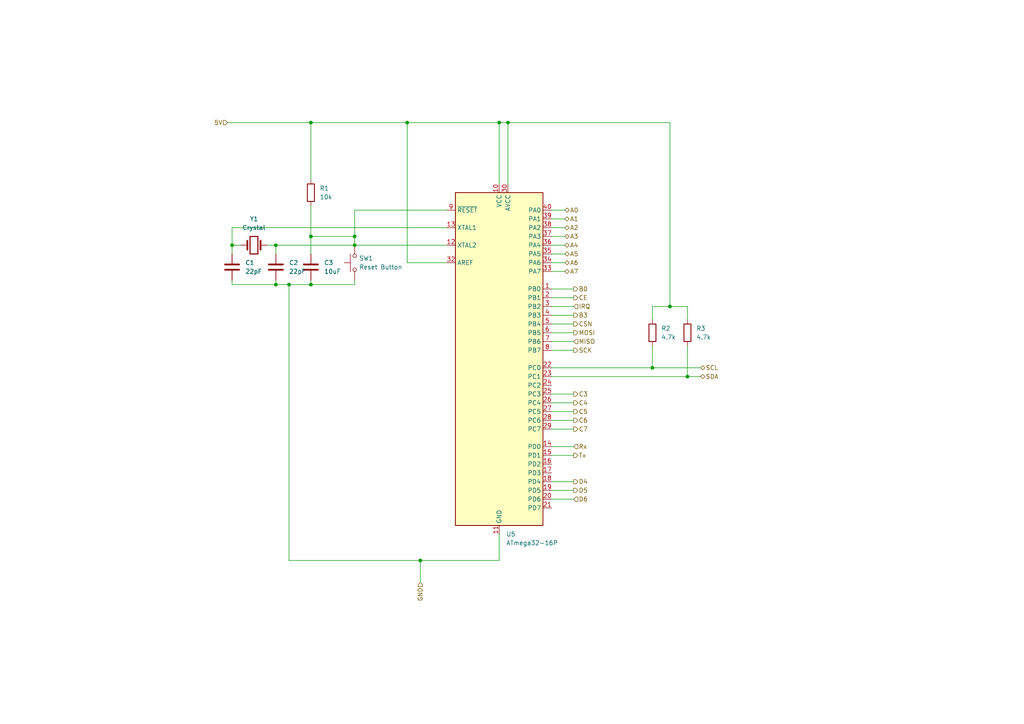
<source format=kicad_sch>
(kicad_sch (version 20211123) (generator eeschema)
  (paper "A4")
  (lib_symbols
    (symbol "Device:C" (pin_numbers hide) (pin_names (offset 0.254))
      (property "Reference" "C" (at 0.635 2.54 0))
      (property "Value" "C" (at 0.635 -2.54 0))
      (symbol "C_0_1"
        (polyline (pts (xy -2.032 -0.762) (xy 2.032 -0.762)) (stroke (width 0.508)))
        (polyline (pts (xy -2.032 0.762) (xy 2.032 0.762)) (stroke (width 0.508)))
      )
      (symbol "C_1_1"
        (pin passive line (at 0 3.81 270) (length 2.794) (name "~") (number "1"))
        (pin passive line (at 0 -3.81 90) (length 2.794) (name "~") (number "2"))
      )
    )
    (symbol "Device:Crystal" (pin_numbers hide) (pin_names (offset 1.016) hide)
      (property "Reference" "Y" (at 0 3.81 0))
      (property "Value" "Crystal" (at 0 -3.81 0))
      (symbol "Crystal_0_1"
        (rectangle (start -1.143 2.54) (end 1.143 -2.54) (stroke (width 0.3048)))
        (polyline (pts (xy -2.54 0) (xy -1.905 0)))
        (polyline (pts (xy -1.905 -1.27) (xy -1.905 1.27)) (stroke (width 0.508)))
        (polyline (pts (xy 1.905 -1.27) (xy 1.905 1.27)) (stroke (width 0.508)))
        (polyline (pts (xy 2.54 0) (xy 1.905 0)))
      )
      (symbol "Crystal_1_1"
        (pin passive line (at -3.81 0 0) (length 1.27) (name "1") (number "1"))
        (pin passive line (at 3.81 0 180) (length 1.27) (name "2") (number "2"))
      )
    )
    (symbol "Device:R" (pin_numbers hide) (pin_names (offset 0))
      (property "Reference" "R" (at 2.032 0 90))
      (property "Value" "R" (at 0 0 90))
      (symbol "R_0_1"
        (rectangle (start -1.016 -2.54) (end 1.016 2.54) (stroke (width 0.254)))
      )
      (symbol "R_1_1"
        (pin passive line (at 0 3.81 270) (length 1.27) (name "~") (number "1"))
        (pin passive line (at 0 -3.81 90) (length 1.27) (name "~") (number "2"))
      )
    )
    (symbol "MCU_Microchip_ATmega:ATmega32-16P"
      (property "Reference" "U" (at -12.7 49.53 0))
      (property "Value" "ATmega32-16P" (at 2.54 -49.53 0))
      (symbol "ATmega32-16P_0_1"
        (rectangle (start -12.7 -48.26) (end 12.7 48.26) (stroke (width 0.254)) (fill (type background)))
      )
      (symbol "ATmega32-16P_1_1"
        (pin bidirectional line (at 15.24 20.32 180) (length 2.54) (name "PB0") (number "1"))
        (pin power_in line (at 0 50.8 270) (length 2.54) (name "VCC") (number "10"))
        (pin power_in line (at 0 -50.8 90) (length 2.54) (name "GND") (number "11"))
        (pin output line (at -15.24 33.02 0) (length 2.54) (name "XTAL2") (number "12"))
        (pin input line (at -15.24 38.1 0) (length 2.54) (name "XTAL1") (number "13"))
        (pin bidirectional line (at 15.24 -25.4 180) (length 2.54) (name "PD0") (number "14"))
        (pin bidirectional line (at 15.24 -27.94 180) (length 2.54) (name "PD1") (number "15"))
        (pin bidirectional line (at 15.24 -30.48 180) (length 2.54) (name "PD2") (number "16"))
        (pin bidirectional line (at 15.24 -33.02 180) (length 2.54) (name "PD3") (number "17"))
        (pin bidirectional line (at 15.24 -35.56 180) (length 2.54) (name "PD4") (number "18"))
        (pin bidirectional line (at 15.24 -38.1 180) (length 2.54) (name "PD5") (number "19"))
        (pin bidirectional line (at 15.24 17.78 180) (length 2.54) (name "PB1") (number "2"))
        (pin bidirectional line (at 15.24 -40.64 180) (length 2.54) (name "PD6") (number "20"))
        (pin bidirectional line (at 15.24 -43.18 180) (length 2.54) (name "PD7") (number "21"))
        (pin bidirectional line (at 15.24 -2.54 180) (length 2.54) (name "PC0") (number "22"))
        (pin bidirectional line (at 15.24 -5.08 180) (length 2.54) (name "PC1") (number "23"))
        (pin bidirectional line (at 15.24 -7.62 180) (length 2.54) (name "PC2") (number "24"))
        (pin bidirectional line (at 15.24 -10.16 180) (length 2.54) (name "PC3") (number "25"))
        (pin bidirectional line (at 15.24 -12.7 180) (length 2.54) (name "PC4") (number "26"))
        (pin bidirectional line (at 15.24 -15.24 180) (length 2.54) (name "PC5") (number "27"))
        (pin bidirectional line (at 15.24 -17.78 180) (length 2.54) (name "PC6") (number "28"))
        (pin bidirectional line (at 15.24 -20.32 180) (length 2.54) (name "PC7") (number "29"))
        (pin bidirectional line (at 15.24 15.24 180) (length 2.54) (name "PB2") (number "3"))
        (pin power_in line (at 2.54 50.8 270) (length 2.54) (name "AVCC") (number "30"))
        (pin passive line (at 0 -50.8 90) (length 2.54) hide (name "GND") (number "31"))
        (pin passive line (at -15.24 27.94 0) (length 2.54) (name "AREF") (number "32"))
        (pin bidirectional line (at 15.24 25.4 180) (length 2.54) (name "PA7") (number "33"))
        (pin bidirectional line (at 15.24 27.94 180) (length 2.54) (name "PA6") (number "34"))
        (pin bidirectional line (at 15.24 30.48 180) (length 2.54) (name "PA5") (number "35"))
        (pin bidirectional line (at 15.24 33.02 180) (length 2.54) (name "PA4") (number "36"))
        (pin bidirectional line (at 15.24 35.56 180) (length 2.54) (name "PA3") (number "37"))
        (pin bidirectional line (at 15.24 38.1 180) (length 2.54) (name "PA2") (number "38"))
        (pin bidirectional line (at 15.24 40.64 180) (length 2.54) (name "PA1") (number "39"))
        (pin bidirectional line (at 15.24 12.7 180) (length 2.54) (name "PB3") (number "4"))
        (pin bidirectional line (at 15.24 43.18 180) (length 2.54) (name "PA0") (number "40"))
        (pin bidirectional line (at 15.24 10.16 180) (length 2.54) (name "PB4") (number "5"))
        (pin bidirectional line (at 15.24 7.62 180) (length 2.54) (name "PB5") (number "6"))
        (pin bidirectional line (at 15.24 5.08 180) (length 2.54) (name "PB6") (number "7"))
        (pin bidirectional line (at 15.24 2.54 180) (length 2.54) (name "PB7") (number "8"))
        (pin input line (at -15.24 43.18 0) (length 2.54) (name "~{RESET}") (number "9"))
      )
    )
    (symbol "Switch:SW_MEC_5G" (pin_numbers hide) (pin_names (offset 1.016) hide)
      (property "Reference" "SW" (at 1.27 2.54 0))
      (property "Value" "SW_MEC_5G" (at 0 -1.524 0))
      (symbol "SW_MEC_5G_0_1"
        (circle (center -2.032 0) (radius 0.508))
        (polyline (pts (xy 0 1.27) (xy 0 3.048)))
        (polyline (pts (xy 2.54 1.27) (xy -2.54 1.27)))
        (circle (center 2.032 0) (radius 0.508))
        (pin passive line (at -5.08 0 0) (length 2.54) (name "A") (number "1"))
        (pin passive line (at 5.08 0 180) (length 2.54) (name "B") (number "3"))
      )
      (symbol "SW_MEC_5G_1_1"
        (pin passive line (at -5.08 0 0) (length 2.54) hide (name "A") (number "2"))
        (pin passive line (at 5.08 0 180) (length 2.54) hide (name "B") (number "4"))
      )
    )
  )
  (junction (at 199.39 109.22))
  (junction (at 67.31 71.12))
  (junction (at 118.11 35.56))
  (junction (at 90.17 82.55))
  (junction (at 194.31 88.9))
  (junction (at 80.01 71.12))
  (junction (at 189.23 106.68))
  (junction (at 83.82 82.55))
  (junction (at 147.32 35.56))
  (junction (at 144.78 35.56))
  (junction (at 90.17 68.58))
  (junction (at 102.87 71.12))
  (junction (at 121.92 162.56))
  (junction (at 90.17 35.56))
  (junction (at 102.87 68.58))
  (junction (at 80.01 82.55))
  (wire (pts (xy 189.23 88.9) (xy 189.23 92.71)))
  (wire (pts (xy 160.02 109.22) (xy 199.39 109.22)))
  (wire (pts (xy 194.31 35.56) (xy 194.31 88.9)))
  (wire (pts (xy 160.02 114.3) (xy 166.37 114.3)))
  (wire (pts (xy 77.47 71.12) (xy 80.01 71.12)))
  (wire (pts (xy 160.02 144.78) (xy 166.37 144.78)))
  (wire (pts (xy 160.02 96.52) (xy 166.37 96.52)))
  (wire (pts (xy 160.02 116.84) (xy 166.37 116.84)))
  (wire (pts (xy 160.02 63.5) (xy 163.83 63.5)))
  (wire (pts (xy 160.02 129.54) (xy 166.37 129.54)))
  (wire (pts (xy 83.82 82.55) (xy 90.17 82.55)))
  (wire (pts (xy 118.11 35.56) (xy 144.78 35.56)))
  (wire (pts (xy 121.92 162.56) (xy 144.78 162.56)))
  (wire (pts (xy 160.02 101.6) (xy 166.37 101.6)))
  (wire (pts (xy 147.32 35.56) (xy 194.31 35.56)))
  (wire (pts (xy 160.02 132.08) (xy 166.37 132.08)))
  (wire (pts (xy 90.17 35.56) (xy 118.11 35.56)))
  (wire (pts (xy 67.31 82.55) (xy 67.31 81.28)))
  (wire (pts (xy 80.01 82.55) (xy 83.82 82.55)))
  (wire (pts (xy 90.17 59.69) (xy 90.17 68.58)))
  (wire (pts (xy 160.02 76.2) (xy 163.83 76.2)))
  (wire (pts (xy 102.87 60.96) (xy 102.87 68.58)))
  (wire (pts (xy 66.04 35.56) (xy 90.17 35.56)))
  (wire (pts (xy 118.11 76.2) (xy 118.11 35.56)))
  (wire (pts (xy 199.39 109.22) (xy 203.2 109.22)))
  (wire (pts (xy 189.23 106.68) (xy 203.2 106.68)))
  (wire (pts (xy 80.01 71.12) (xy 80.01 73.66)))
  (wire (pts (xy 160.02 139.7) (xy 166.37 139.7)))
  (wire (pts (xy 160.02 93.98) (xy 166.37 93.98)))
  (wire (pts (xy 67.31 73.66) (xy 67.31 71.12)))
  (wire (pts (xy 67.31 66.04) (xy 67.31 71.12)))
  (wire (pts (xy 90.17 82.55) (xy 102.87 82.55)))
  (wire (pts (xy 129.54 60.96) (xy 102.87 60.96)))
  (wire (pts (xy 189.23 100.33) (xy 189.23 106.68)))
  (wire (pts (xy 102.87 71.12) (xy 102.87 68.58)))
  (wire (pts (xy 160.02 106.68) (xy 189.23 106.68)))
  (wire (pts (xy 90.17 68.58) (xy 90.17 73.66)))
  (wire (pts (xy 199.39 100.33) (xy 199.39 109.22)))
  (wire (pts (xy 160.02 119.38) (xy 166.37 119.38)))
  (wire (pts (xy 160.02 88.9) (xy 166.37 88.9)))
  (wire (pts (xy 160.02 83.82) (xy 166.37 83.82)))
  (wire (pts (xy 90.17 81.28) (xy 90.17 82.55)))
  (wire (pts (xy 160.02 86.36) (xy 166.37 86.36)))
  (wire (pts (xy 90.17 35.56) (xy 90.17 52.07)))
  (wire (pts (xy 144.78 35.56) (xy 144.78 53.34)))
  (wire (pts (xy 160.02 60.96) (xy 163.83 60.96)))
  (wire (pts (xy 160.02 121.92) (xy 166.37 121.92)))
  (wire (pts (xy 160.02 99.06) (xy 166.37 99.06)))
  (wire (pts (xy 102.87 82.55) (xy 102.87 81.28)))
  (wire (pts (xy 67.31 66.04) (xy 129.54 66.04)))
  (wire (pts (xy 129.54 76.2) (xy 118.11 76.2)))
  (wire (pts (xy 160.02 124.46) (xy 166.37 124.46)))
  (wire (pts (xy 83.82 82.55) (xy 83.82 162.56)))
  (wire (pts (xy 160.02 71.12) (xy 163.83 71.12)))
  (wire (pts (xy 121.92 162.56) (xy 121.92 168.91)))
  (wire (pts (xy 147.32 35.56) (xy 147.32 53.34)))
  (wire (pts (xy 199.39 88.9) (xy 199.39 92.71)))
  (wire (pts (xy 194.31 88.9) (xy 199.39 88.9)))
  (wire (pts (xy 160.02 91.44) (xy 166.37 91.44)))
  (wire (pts (xy 160.02 73.66) (xy 163.83 73.66)))
  (wire (pts (xy 194.31 88.9) (xy 189.23 88.9)))
  (wire (pts (xy 160.02 66.04) (xy 163.83 66.04)))
  (wire (pts (xy 144.78 35.56) (xy 147.32 35.56)))
  (wire (pts (xy 67.31 82.55) (xy 80.01 82.55)))
  (wire (pts (xy 80.01 81.28) (xy 80.01 82.55)))
  (wire (pts (xy 160.02 68.58) (xy 163.83 68.58)))
  (wire (pts (xy 90.17 68.58) (xy 102.87 68.58)))
  (wire (pts (xy 80.01 71.12) (xy 102.87 71.12)))
  (wire (pts (xy 102.87 71.12) (xy 129.54 71.12)))
  (wire (pts (xy 83.82 162.56) (xy 121.92 162.56)))
  (wire (pts (xy 144.78 162.56) (xy 144.78 154.94)))
  (wire (pts (xy 67.31 71.12) (xy 69.85 71.12)))
  (wire (pts (xy 160.02 78.74) (xy 163.83 78.74)))
  (wire (pts (xy 160.02 142.24) (xy 166.37 142.24)))
  (hierarchical_label "SCL" (shape bidirectional) (at 203.2 106.68 0))
  (hierarchical_label "Rx" (shape input) (at 166.37 129.54 0))
  (hierarchical_label "SDA" (shape bidirectional) (at 203.2 109.22 0))
  (hierarchical_label "C7" (shape output) (at 166.37 124.46 0))
  (hierarchical_label "A4" (shape bidirectional) (at 163.83 71.12 0))
  (hierarchical_label "SCK" (shape output) (at 166.37 101.6 0))
  (hierarchical_label "Tx" (shape output) (at 166.37 132.08 0))
  (hierarchical_label "MISO" (shape input) (at 166.37 99.06 0))
  (hierarchical_label "C4" (shape output) (at 166.37 116.84 0))
  (hierarchical_label "A5" (shape bidirectional) (at 163.83 73.66 0))
  (hierarchical_label "D6" (shape input) (at 166.37 144.78 0))
  (hierarchical_label "A7" (shape bidirectional) (at 163.83 78.74 0))
  (hierarchical_label "CE" (shape output) (at 166.37 86.36 0))
  (hierarchical_label "A3" (shape bidirectional) (at 163.83 68.58 0))
  (hierarchical_label "A6" (shape bidirectional) (at 163.83 76.2 0))
  (hierarchical_label "D5" (shape output) (at 166.37 142.24 0))
  (hierarchical_label "C5" (shape output) (at 166.37 119.38 0))
  (hierarchical_label "B0" (shape output) (at 166.37 83.82 0))
  (hierarchical_label "C3" (shape output) (at 166.37 114.3 0))
  (hierarchical_label "A1" (shape bidirectional) (at 163.83 63.5 0))
  (hierarchical_label "5V" (shape input) (at 66.04 35.56 180))
  (hierarchical_label "GND" (shape input) (at 121.92 168.91 270))
  (hierarchical_label "IRQ" (shape input) (at 166.37 88.9 0))
  (hierarchical_label "C6" (shape output) (at 166.37 121.92 0))
  (hierarchical_label "A2" (shape bidirectional) (at 163.83 66.04 0))
  (hierarchical_label "CSN" (shape output) (at 166.37 93.98 0))
  (hierarchical_label "B3" (shape output) (at 166.37 91.44 0))
  (hierarchical_label "A0" (shape bidirectional) (at 163.83 60.96 0))
  (hierarchical_label "D4" (shape output) (at 166.37 139.7 0))
  (hierarchical_label "MOSI" (shape output) (at 166.37 96.52 0))
  (symbol (lib_id "Device:Crystal") (at 73.66 71.12 0) (unit 1)
    (property "Reference" "Y1" (at 73.66 63.5 0))
    (property "Value" "Crystal" (at 73.66 66.04 0))
    (property "Footprint" "Crystal:Crystal_HC18-U_Vertical" (effects hide))
  )
  (symbol (lib_id "Device:R") (at 90.17 55.88 0) (unit 1)
    (property "Reference" "R1" (at 92.71 54.6099 0) (effects (justify left)))
    (property "Value" "10k" (at 92.71 57.1499 0) (effects (justify left)))
    (property "Footprint" "Resistor_THT:R_Axial_DIN0207_L6.3mm_D2.5mm_P10.16mm_Horizontal" (effects hide))
  )
  (symbol (lib_id "Device:C") (at 67.31 77.47 0) (unit 1)
    (property "Reference" "C1" (at 71.12 76.1999 0) (effects (justify left)))
    (property "Value" "22pF" (at 71.12 78.7399 0) (effects (justify left)))
    (property "Footprint" "Capacitor_THT:C_Disc_D4.3mm_W1.9mm_P5.00mm" (effects hide))
  )
  (symbol (lib_id "MCU_Microchip_ATmega:ATmega32-16P") (at 144.78 104.14 0) (unit 1)
    (property "Reference" "U5" (at 146.7994 154.94 0) (effects (justify left)))
    (property "Value" "ATmega32-16P" (at 146.7994 157.48 0) (effects (justify left)))
    (property "Footprint" "Package_DIP:DIP-40_W15.24mm" (effects hide))
    (property "Datasheet" "http://ww1.microchip.com/downloads/en/DeviceDoc/doc2503.pdf" (effects hide))
  )
  (symbol (lib_id "Device:R") (at 199.39 96.52 0) (unit 1)
    (property "Reference" "R3" (at 201.93 95.2499 0) (effects (justify left)))
    (property "Value" "4.7k" (at 201.93 97.7899 0) (effects (justify left)))
    (property "Footprint" "Resistor_THT:R_Axial_DIN0207_L6.3mm_D2.5mm_P10.16mm_Horizontal" (effects hide))
  )
  (symbol (lib_id "Device:C") (at 90.17 77.47 0) (unit 1)
    (property "Reference" "C3" (at 93.98 76.1999 0) (effects (justify left)))
    (property "Value" "10uF" (at 93.98 78.7399 0) (effects (justify left)))
    (property "Footprint" "Capacitor_THT:C_Disc_D4.3mm_W1.9mm_P5.00mm" (effects hide))
  )
  (symbol (lib_id "Device:R") (at 189.23 96.52 0) (unit 1)
    (property "Reference" "R2" (at 191.77 95.2499 0) (effects (justify left)))
    (property "Value" "4.7k" (at 191.77 97.7899 0) (effects (justify left)))
    (property "Footprint" "Resistor_THT:R_Axial_DIN0207_L6.3mm_D2.5mm_P10.16mm_Horizontal" (effects hide))
  )
  (symbol (lib_id "Switch:SW_MEC_5G") (at 102.87 76.2 90) (unit 1)
    (property "Reference" "SW1" (at 104.14 74.9299 90) (effects (justify right)))
    (property "Value" "Reset Button" (at 104.14 77.4699 90) (effects (justify right)))
    (property "Footprint" "Button_Switch_SMD:SW_MEC_5GSH9" (effects hide))
    (property "Datasheet" "http://www.apem.com/int/index.php?controller=attachment&id_attachment=488" (effects hide))
  )
  (symbol (lib_id "Device:C") (at 80.01 77.47 0) (unit 1)
    (property "Reference" "C2" (at 83.82 76.1999 0) (effects (justify left)))
    (property "Value" "22pF" (at 83.82 78.7399 0) (effects (justify left)))
    (property "Footprint" "Capacitor_THT:C_Disc_D4.3mm_W1.9mm_P5.00mm" (effects hide))
  )
)
</source>
